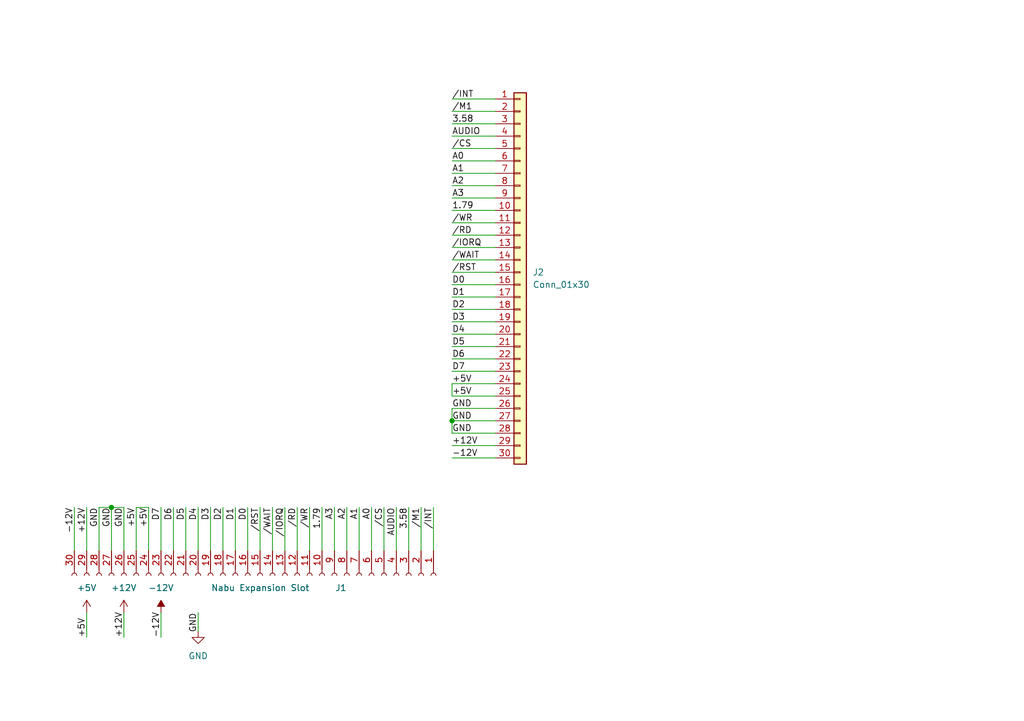
<source format=kicad_sch>
(kicad_sch (version 20211123) (generator eeschema)
  (paper "A5")
  (lib_symbols
    (symbol "Connector:Conn_01x30_Female" (pin_names (offset 1.016) hide)
      (property "Reference" "J" (at 0 38.1 0))
      (property "Value" "Conn_01x30_Female" (at 0 -40.64 0))
      (symbol "Conn_01x30_Female_1_1"
        (arc (start 0 -37.592) (mid -0.508 -38.1) (end 0 -38.608) (stroke (width 0.1524)))
        (arc (start 0 -35.052) (mid -0.508 -35.56) (end 0 -36.068) (stroke (width 0.1524)))
        (arc (start 0 -32.512) (mid -0.508 -33.02) (end 0 -33.528) (stroke (width 0.1524)))
        (arc (start 0 -29.972) (mid -0.508 -30.48) (end 0 -30.988) (stroke (width 0.1524)))
        (arc (start 0 -27.432) (mid -0.508 -27.94) (end 0 -28.448) (stroke (width 0.1524)))
        (arc (start 0 -24.892) (mid -0.508 -25.4) (end 0 -25.908) (stroke (width 0.1524)))
        (arc (start 0 -22.352) (mid -0.508 -22.86) (end 0 -23.368) (stroke (width 0.1524)))
        (arc (start 0 -19.812) (mid -0.508 -20.32) (end 0 -20.828) (stroke (width 0.1524)))
        (arc (start 0 -17.272) (mid -0.508 -17.78) (end 0 -18.288) (stroke (width 0.1524)))
        (arc (start 0 -14.732) (mid -0.508 -15.24) (end 0 -15.748) (stroke (width 0.1524)))
        (arc (start 0 -12.192) (mid -0.508 -12.7) (end 0 -13.208) (stroke (width 0.1524)))
        (arc (start 0 -9.652) (mid -0.508 -10.16) (end 0 -10.668) (stroke (width 0.1524)))
        (arc (start 0 -7.112) (mid -0.508 -7.62) (end 0 -8.128) (stroke (width 0.1524)))
        (arc (start 0 -4.572) (mid -0.508 -5.08) (end 0 -5.588) (stroke (width 0.1524)))
        (arc (start 0 -2.032) (mid -0.508 -2.54) (end 0 -3.048) (stroke (width 0.1524)))
        (polyline (pts (xy -1.27 -38.1) (xy -0.508 -38.1)) (stroke (width 0.1524)))
        (polyline (pts (xy -1.27 -35.56) (xy -0.508 -35.56)) (stroke (width 0.1524)))
        (polyline (pts (xy -1.27 -33.02) (xy -0.508 -33.02)) (stroke (width 0.1524)))
        (polyline (pts (xy -1.27 -30.48) (xy -0.508 -30.48)) (stroke (width 0.1524)))
        (polyline (pts (xy -1.27 -27.94) (xy -0.508 -27.94)) (stroke (width 0.1524)))
        (polyline (pts (xy -1.27 -25.4) (xy -0.508 -25.4)) (stroke (width 0.1524)))
        (polyline (pts (xy -1.27 -22.86) (xy -0.508 -22.86)) (stroke (width 0.1524)))
        (polyline (pts (xy -1.27 -20.32) (xy -0.508 -20.32)) (stroke (width 0.1524)))
        (polyline (pts (xy -1.27 -17.78) (xy -0.508 -17.78)) (stroke (width 0.1524)))
        (polyline (pts (xy -1.27 -15.24) (xy -0.508 -15.24)) (stroke (width 0.1524)))
        (polyline (pts (xy -1.27 -12.7) (xy -0.508 -12.7)) (stroke (width 0.1524)))
        (polyline (pts (xy -1.27 -10.16) (xy -0.508 -10.16)) (stroke (width 0.1524)))
        (polyline (pts (xy -1.27 -7.62) (xy -0.508 -7.62)) (stroke (width 0.1524)))
        (polyline (pts (xy -1.27 -5.08) (xy -0.508 -5.08)) (stroke (width 0.1524)))
        (polyline (pts (xy -1.27 -2.54) (xy -0.508 -2.54)) (stroke (width 0.1524)))
        (polyline (pts (xy -1.27 0) (xy -0.508 0)) (stroke (width 0.1524)))
        (polyline (pts (xy -1.27 2.54) (xy -0.508 2.54)) (stroke (width 0.1524)))
        (polyline (pts (xy -1.27 5.08) (xy -0.508 5.08)) (stroke (width 0.1524)))
        (polyline (pts (xy -1.27 7.62) (xy -0.508 7.62)) (stroke (width 0.1524)))
        (polyline (pts (xy -1.27 10.16) (xy -0.508 10.16)) (stroke (width 0.1524)))
        (polyline (pts (xy -1.27 12.7) (xy -0.508 12.7)) (stroke (width 0.1524)))
        (polyline (pts (xy -1.27 15.24) (xy -0.508 15.24)) (stroke (width 0.1524)))
        (polyline (pts (xy -1.27 17.78) (xy -0.508 17.78)) (stroke (width 0.1524)))
        (polyline (pts (xy -1.27 20.32) (xy -0.508 20.32)) (stroke (width 0.1524)))
        (polyline (pts (xy -1.27 22.86) (xy -0.508 22.86)) (stroke (width 0.1524)))
        (polyline (pts (xy -1.27 25.4) (xy -0.508 25.4)) (stroke (width 0.1524)))
        (polyline (pts (xy -1.27 27.94) (xy -0.508 27.94)) (stroke (width 0.1524)))
        (polyline (pts (xy -1.27 30.48) (xy -0.508 30.48)) (stroke (width 0.1524)))
        (polyline (pts (xy -1.27 33.02) (xy -0.508 33.02)) (stroke (width 0.1524)))
        (polyline (pts (xy -1.27 35.56) (xy -0.508 35.56)) (stroke (width 0.1524)))
        (arc (start 0 0.508) (mid -0.508 0) (end 0 -0.508) (stroke (width 0.1524)))
        (arc (start 0 3.048) (mid -0.508 2.54) (end 0 2.032) (stroke (width 0.1524)))
        (arc (start 0 5.588) (mid -0.508 5.08) (end 0 4.572) (stroke (width 0.1524)))
        (arc (start 0 8.128) (mid -0.508 7.62) (end 0 7.112) (stroke (width 0.1524)))
        (arc (start 0 10.668) (mid -0.508 10.16) (end 0 9.652) (stroke (width 0.1524)))
        (arc (start 0 13.208) (mid -0.508 12.7) (end 0 12.192) (stroke (width 0.1524)))
        (arc (start 0 15.748) (mid -0.508 15.24) (end 0 14.732) (stroke (width 0.1524)))
        (arc (start 0 18.288) (mid -0.508 17.78) (end 0 17.272) (stroke (width 0.1524)))
        (arc (start 0 20.828) (mid -0.508 20.32) (end 0 19.812) (stroke (width 0.1524)))
        (arc (start 0 23.368) (mid -0.508 22.86) (end 0 22.352) (stroke (width 0.1524)))
        (arc (start 0 25.908) (mid -0.508 25.4) (end 0 24.892) (stroke (width 0.1524)))
        (arc (start 0 28.448) (mid -0.508 27.94) (end 0 27.432) (stroke (width 0.1524)))
        (arc (start 0 30.988) (mid -0.508 30.48) (end 0 29.972) (stroke (width 0.1524)))
        (arc (start 0 33.528) (mid -0.508 33.02) (end 0 32.512) (stroke (width 0.1524)))
        (arc (start 0 36.068) (mid -0.508 35.56) (end 0 35.052) (stroke (width 0.1524)))
        (pin passive line (at -5.08 35.56 0) (length 3.81) (name "Pin_1") (number "1"))
        (pin passive line (at -5.08 12.7 0) (length 3.81) (name "Pin_10") (number "10"))
        (pin passive line (at -5.08 10.16 0) (length 3.81) (name "Pin_11") (number "11"))
        (pin passive line (at -5.08 7.62 0) (length 3.81) (name "Pin_12") (number "12"))
        (pin passive line (at -5.08 5.08 0) (length 3.81) (name "Pin_13") (number "13"))
        (pin passive line (at -5.08 2.54 0) (length 3.81) (name "Pin_14") (number "14"))
        (pin passive line (at -5.08 0 0) (length 3.81) (name "Pin_15") (number "15"))
        (pin passive line (at -5.08 -2.54 0) (length 3.81) (name "Pin_16") (number "16"))
        (pin passive line (at -5.08 -5.08 0) (length 3.81) (name "Pin_17") (number "17"))
        (pin passive line (at -5.08 -7.62 0) (length 3.81) (name "Pin_18") (number "18"))
        (pin passive line (at -5.08 -10.16 0) (length 3.81) (name "Pin_19") (number "19"))
        (pin passive line (at -5.08 33.02 0) (length 3.81) (name "Pin_2") (number "2"))
        (pin passive line (at -5.08 -12.7 0) (length 3.81) (name "Pin_20") (number "20"))
        (pin passive line (at -5.08 -15.24 0) (length 3.81) (name "Pin_21") (number "21"))
        (pin passive line (at -5.08 -17.78 0) (length 3.81) (name "Pin_22") (number "22"))
        (pin passive line (at -5.08 -20.32 0) (length 3.81) (name "Pin_23") (number "23"))
        (pin passive line (at -5.08 -22.86 0) (length 3.81) (name "Pin_24") (number "24"))
        (pin passive line (at -5.08 -25.4 0) (length 3.81) (name "Pin_25") (number "25"))
        (pin passive line (at -5.08 -27.94 0) (length 3.81) (name "Pin_26") (number "26"))
        (pin passive line (at -5.08 -30.48 0) (length 3.81) (name "Pin_27") (number "27"))
        (pin passive line (at -5.08 -33.02 0) (length 3.81) (name "Pin_28") (number "28"))
        (pin passive line (at -5.08 -35.56 0) (length 3.81) (name "Pin_29") (number "29"))
        (pin passive line (at -5.08 30.48 0) (length 3.81) (name "Pin_3") (number "3"))
        (pin passive line (at -5.08 -38.1 0) (length 3.81) (name "Pin_30") (number "30"))
        (pin passive line (at -5.08 27.94 0) (length 3.81) (name "Pin_4") (number "4"))
        (pin passive line (at -5.08 25.4 0) (length 3.81) (name "Pin_5") (number "5"))
        (pin passive line (at -5.08 22.86 0) (length 3.81) (name "Pin_6") (number "6"))
        (pin passive line (at -5.08 20.32 0) (length 3.81) (name "Pin_7") (number "7"))
        (pin passive line (at -5.08 17.78 0) (length 3.81) (name "Pin_8") (number "8"))
        (pin passive line (at -5.08 15.24 0) (length 3.81) (name "Pin_9") (number "9"))
      )
    )
    (symbol "Connector_Generic:Conn_01x30" (pin_names (offset 1.016) hide)
      (property "Reference" "J" (at 0 38.1 0))
      (property "Value" "Conn_01x30" (at 0 -40.64 0))
      (symbol "Conn_01x30_1_1"
        (rectangle (start -1.27 -37.973) (end 0 -38.227) (stroke (width 0.1524)))
        (rectangle (start -1.27 -35.433) (end 0 -35.687) (stroke (width 0.1524)))
        (rectangle (start -1.27 -32.893) (end 0 -33.147) (stroke (width 0.1524)))
        (rectangle (start -1.27 -30.353) (end 0 -30.607) (stroke (width 0.1524)))
        (rectangle (start -1.27 -27.813) (end 0 -28.067) (stroke (width 0.1524)))
        (rectangle (start -1.27 -25.273) (end 0 -25.527) (stroke (width 0.1524)))
        (rectangle (start -1.27 -22.733) (end 0 -22.987) (stroke (width 0.1524)))
        (rectangle (start -1.27 -20.193) (end 0 -20.447) (stroke (width 0.1524)))
        (rectangle (start -1.27 -17.653) (end 0 -17.907) (stroke (width 0.1524)))
        (rectangle (start -1.27 -15.113) (end 0 -15.367) (stroke (width 0.1524)))
        (rectangle (start -1.27 -12.573) (end 0 -12.827) (stroke (width 0.1524)))
        (rectangle (start -1.27 -10.033) (end 0 -10.287) (stroke (width 0.1524)))
        (rectangle (start -1.27 -7.493) (end 0 -7.747) (stroke (width 0.1524)))
        (rectangle (start -1.27 -4.953) (end 0 -5.207) (stroke (width 0.1524)))
        (rectangle (start -1.27 -2.413) (end 0 -2.667) (stroke (width 0.1524)))
        (rectangle (start -1.27 0.127) (end 0 -0.127) (stroke (width 0.1524)))
        (rectangle (start -1.27 2.667) (end 0 2.413) (stroke (width 0.1524)))
        (rectangle (start -1.27 5.207) (end 0 4.953) (stroke (width 0.1524)))
        (rectangle (start -1.27 7.747) (end 0 7.493) (stroke (width 0.1524)))
        (rectangle (start -1.27 10.287) (end 0 10.033) (stroke (width 0.1524)))
        (rectangle (start -1.27 12.827) (end 0 12.573) (stroke (width 0.1524)))
        (rectangle (start -1.27 15.367) (end 0 15.113) (stroke (width 0.1524)))
        (rectangle (start -1.27 17.907) (end 0 17.653) (stroke (width 0.1524)))
        (rectangle (start -1.27 20.447) (end 0 20.193) (stroke (width 0.1524)))
        (rectangle (start -1.27 22.987) (end 0 22.733) (stroke (width 0.1524)))
        (rectangle (start -1.27 25.527) (end 0 25.273) (stroke (width 0.1524)))
        (rectangle (start -1.27 28.067) (end 0 27.813) (stroke (width 0.1524)))
        (rectangle (start -1.27 30.607) (end 0 30.353) (stroke (width 0.1524)))
        (rectangle (start -1.27 33.147) (end 0 32.893) (stroke (width 0.1524)))
        (rectangle (start -1.27 35.687) (end 0 35.433) (stroke (width 0.1524)))
        (rectangle (start -1.27 36.83) (end 1.27 -39.37) (stroke (width 0.254)) (fill (type background)))
        (pin passive line (at -5.08 35.56 0) (length 3.81) (name "Pin_1") (number "1"))
        (pin passive line (at -5.08 12.7 0) (length 3.81) (name "Pin_10") (number "10"))
        (pin passive line (at -5.08 10.16 0) (length 3.81) (name "Pin_11") (number "11"))
        (pin passive line (at -5.08 7.62 0) (length 3.81) (name "Pin_12") (number "12"))
        (pin passive line (at -5.08 5.08 0) (length 3.81) (name "Pin_13") (number "13"))
        (pin passive line (at -5.08 2.54 0) (length 3.81) (name "Pin_14") (number "14"))
        (pin passive line (at -5.08 0 0) (length 3.81) (name "Pin_15") (number "15"))
        (pin passive line (at -5.08 -2.54 0) (length 3.81) (name "Pin_16") (number "16"))
        (pin passive line (at -5.08 -5.08 0) (length 3.81) (name "Pin_17") (number "17"))
        (pin passive line (at -5.08 -7.62 0) (length 3.81) (name "Pin_18") (number "18"))
        (pin passive line (at -5.08 -10.16 0) (length 3.81) (name "Pin_19") (number "19"))
        (pin passive line (at -5.08 33.02 0) (length 3.81) (name "Pin_2") (number "2"))
        (pin passive line (at -5.08 -12.7 0) (length 3.81) (name "Pin_20") (number "20"))
        (pin passive line (at -5.08 -15.24 0) (length 3.81) (name "Pin_21") (number "21"))
        (pin passive line (at -5.08 -17.78 0) (length 3.81) (name "Pin_22") (number "22"))
        (pin passive line (at -5.08 -20.32 0) (length 3.81) (name "Pin_23") (number "23"))
        (pin passive line (at -5.08 -22.86 0) (length 3.81) (name "Pin_24") (number "24"))
        (pin passive line (at -5.08 -25.4 0) (length 3.81) (name "Pin_25") (number "25"))
        (pin passive line (at -5.08 -27.94 0) (length 3.81) (name "Pin_26") (number "26"))
        (pin passive line (at -5.08 -30.48 0) (length 3.81) (name "Pin_27") (number "27"))
        (pin passive line (at -5.08 -33.02 0) (length 3.81) (name "Pin_28") (number "28"))
        (pin passive line (at -5.08 -35.56 0) (length 3.81) (name "Pin_29") (number "29"))
        (pin passive line (at -5.08 30.48 0) (length 3.81) (name "Pin_3") (number "3"))
        (pin passive line (at -5.08 -38.1 0) (length 3.81) (name "Pin_30") (number "30"))
        (pin passive line (at -5.08 27.94 0) (length 3.81) (name "Pin_4") (number "4"))
        (pin passive line (at -5.08 25.4 0) (length 3.81) (name "Pin_5") (number "5"))
        (pin passive line (at -5.08 22.86 0) (length 3.81) (name "Pin_6") (number "6"))
        (pin passive line (at -5.08 20.32 0) (length 3.81) (name "Pin_7") (number "7"))
        (pin passive line (at -5.08 17.78 0) (length 3.81) (name "Pin_8") (number "8"))
        (pin passive line (at -5.08 15.24 0) (length 3.81) (name "Pin_9") (number "9"))
      )
    )
    (symbol "power:+12V" (power) (pin_numbers hide) (pin_names (offset 0) hide)
      (property "Value" "+12V" (at 0 3.556 0))
      (symbol "+12V_0_1"
        (polyline (pts (xy -0.762 1.27) (xy 0 2.54)))
        (polyline (pts (xy 0 0) (xy 0 2.54)))
        (polyline (pts (xy 0 2.54) (xy 0.762 1.27)))
      )
      (symbol "+12V_1_1"
        (pin power_in line (at 0 0 90) (length 0) hide (name "+12V") (number "1"))
      )
    )
    (symbol "power:+5V" (power) (pin_numbers hide) (pin_names (offset 0) hide)
      (property "Value" "+5V" (at 0 3.556 0))
      (symbol "+5V_0_1"
        (polyline (pts (xy -0.762 1.27) (xy 0 2.54)))
        (polyline (pts (xy 0 0) (xy 0 2.54)))
        (polyline (pts (xy 0 2.54) (xy 0.762 1.27)))
      )
      (symbol "+5V_1_1"
        (pin power_in line (at 0 0 90) (length 0) hide (name "+5V") (number "1"))
      )
    )
    (symbol "power:-12V" (power) (pin_numbers hide) (pin_names (offset 0) hide)
      (property "Value" "-12V" (at 0 3.81 0))
      (symbol "-12V_0_0"
        (pin power_in line (at 0 0 90) (length 0) hide (name "-12V") (number "1"))
      )
      (symbol "-12V_0_1"
        (polyline (pts (xy 0 0) (xy 0 1.27) (xy 0.762 1.27) (xy 0 2.54) (xy -0.762 1.27) (xy 0 1.27)) (fill (type outline)))
      )
    )
    (symbol "power:GND" (power) (pin_numbers hide) (pin_names (offset 0) hide)
      (property "Value" "GND" (at 0 -3.81 0))
      (symbol "GND_0_1"
        (polyline (pts (xy 0 0) (xy 0 -1.27) (xy 1.27 -1.27) (xy 0 -2.54) (xy -1.27 -1.27) (xy 0 -1.27)))
      )
      (symbol "GND_1_1"
        (pin power_in line (at 0 0 270) (length 0) hide (name "GND") (number "1"))
      )
    )
  )
  (junction (at 22.86 104.14))
  (junction (at 92.71 86.36))
  (wire (pts (xy 101.6 73.66) (xy 92.71 73.66)))
  (wire (pts (xy 101.6 68.58) (xy 92.71 68.58)))
  (wire (pts (xy 53.34 113.03) (xy 53.34 104.14)))
  (wire (pts (xy 48.26 113.03) (xy 48.26 104.14)))
  (wire (pts (xy 101.6 86.36) (xy 92.71 86.36)))
  (wire (pts (xy 17.78 130.81) (xy 17.78 125.73)))
  (wire (pts (xy 55.88 113.03) (xy 55.88 104.14)))
  (wire (pts (xy 76.2 113.03) (xy 76.2 104.14)))
  (wire (pts (xy 40.64 125.73) (xy 40.64 129.54)))
  (wire (pts (xy 101.6 60.96) (xy 92.71 60.96)))
  (wire (pts (xy 50.8 113.03) (xy 50.8 104.14)))
  (wire (pts (xy 101.6 63.5) (xy 92.71 63.5)))
  (wire (pts (xy 25.4 104.14) (xy 22.86 104.14)))
  (wire (pts (xy 78.74 113.03) (xy 78.74 104.14)))
  (wire (pts (xy 66.04 113.03) (xy 66.04 104.14)))
  (wire (pts (xy 101.6 22.86) (xy 92.71 22.86)))
  (wire (pts (xy 101.6 55.88) (xy 92.71 55.88)))
  (wire (pts (xy 101.6 83.82) (xy 92.71 83.82)))
  (wire (pts (xy 81.28 113.03) (xy 81.28 104.14)))
  (wire (pts (xy 101.6 50.8) (xy 92.71 50.8)))
  (wire (pts (xy 20.32 113.03) (xy 20.32 104.14)))
  (wire (pts (xy 33.02 113.03) (xy 33.02 104.14)))
  (wire (pts (xy 30.48 104.14) (xy 27.94 104.14)))
  (wire (pts (xy 101.6 45.72) (xy 92.71 45.72)))
  (wire (pts (xy 101.6 40.64) (xy 92.71 40.64)))
  (wire (pts (xy 101.6 38.1) (xy 92.71 38.1)))
  (wire (pts (xy 30.48 113.03) (xy 30.48 104.14)))
  (wire (pts (xy 101.6 71.12) (xy 92.71 71.12)))
  (wire (pts (xy 101.6 76.2) (xy 92.71 76.2)))
  (wire (pts (xy 92.71 81.28) (xy 101.6 81.28)))
  (wire (pts (xy 35.56 113.03) (xy 35.56 104.14)))
  (wire (pts (xy 101.6 88.9) (xy 92.71 88.9)))
  (wire (pts (xy 60.96 113.03) (xy 60.96 104.14)))
  (wire (pts (xy 101.6 30.48) (xy 92.71 30.48)))
  (wire (pts (xy 92.71 83.82) (xy 92.71 86.36)))
  (wire (pts (xy 101.6 43.18) (xy 92.71 43.18)))
  (wire (pts (xy 22.86 113.03) (xy 22.86 104.14)))
  (wire (pts (xy 38.1 113.03) (xy 38.1 104.14)))
  (wire (pts (xy 92.71 91.44) (xy 101.6 91.44)))
  (wire (pts (xy 101.6 66.04) (xy 92.71 66.04)))
  (wire (pts (xy 22.86 104.14) (xy 20.32 104.14)))
  (wire (pts (xy 101.6 27.94) (xy 92.71 27.94)))
  (wire (pts (xy 27.94 104.14) (xy 27.94 113.03)))
  (wire (pts (xy 86.36 113.03) (xy 86.36 104.14)))
  (wire (pts (xy 71.12 113.03) (xy 71.12 104.14)))
  (wire (pts (xy 101.6 78.74) (xy 92.71 78.74)))
  (wire (pts (xy 88.9 113.03) (xy 88.9 104.14)))
  (wire (pts (xy 68.58 113.03) (xy 68.58 104.14)))
  (wire (pts (xy 92.71 86.36) (xy 92.71 88.9)))
  (wire (pts (xy 40.64 113.03) (xy 40.64 104.14)))
  (wire (pts (xy 43.18 113.03) (xy 43.18 104.14)))
  (wire (pts (xy 101.6 25.4) (xy 92.71 25.4)))
  (wire (pts (xy 101.6 35.56) (xy 92.71 35.56)))
  (wire (pts (xy 101.6 20.32) (xy 92.71 20.32)))
  (wire (pts (xy 17.78 104.14) (xy 17.78 113.03)))
  (wire (pts (xy 15.24 104.14) (xy 15.24 113.03)))
  (wire (pts (xy 33.02 125.73) (xy 33.02 130.81)))
  (wire (pts (xy 92.71 93.98) (xy 101.6 93.98)))
  (wire (pts (xy 25.4 130.81) (xy 25.4 125.73)))
  (wire (pts (xy 58.42 113.03) (xy 58.42 104.14)))
  (wire (pts (xy 83.82 113.03) (xy 83.82 104.14)))
  (wire (pts (xy 101.6 33.02) (xy 92.71 33.02)))
  (wire (pts (xy 45.72 113.03) (xy 45.72 104.14)))
  (wire (pts (xy 101.6 58.42) (xy 92.71 58.42)))
  (wire (pts (xy 92.71 78.74) (xy 92.71 81.28)))
  (wire (pts (xy 73.66 113.03) (xy 73.66 104.14)))
  (wire (pts (xy 101.6 48.26) (xy 92.71 48.26)))
  (wire (pts (xy 25.4 113.03) (xy 25.4 104.14)))
  (wire (pts (xy 63.5 113.03) (xy 63.5 104.14)))
  (wire (pts (xy 101.6 53.34) (xy 92.71 53.34)))
  (label "A2" (at 92.71 38.1 0))
  (label "A1" (at 92.71 35.56 0))
  (label "A1" (at 73.66 104.14 270))
  (label "{slash}IORQ" (at 92.71 50.8 0))
  (label "GND" (at 20.32 104.14 270))
  (label "{slash}RD" (at 60.96 104.14 270))
  (label "{slash}WAIT" (at 55.88 104.14 270))
  (label "{slash}INT" (at 88.9 104.14 270))
  (label "+12V" (at 25.4 130.81 90))
  (label "D3" (at 92.71 66.04 0))
  (label "AUDIO" (at 81.28 104.14 270))
  (label "-12V" (at 33.02 130.81 90))
  (label "GND" (at 22.86 104.14 270))
  (label "-12V" (at 15.24 104.14 270))
  (label "GND" (at 92.71 83.82 0))
  (label "D1" (at 48.26 104.14 270))
  (label "{slash}RST" (at 92.71 55.88 0))
  (label "A0" (at 76.2 104.14 270))
  (label "{slash}M1" (at 92.71 22.86 0))
  (label "1.79" (at 66.04 104.14 270))
  (label "GND" (at 25.4 104.14 270))
  (label "D1" (at 92.71 60.96 0))
  (label "A3" (at 92.71 40.64 0))
  (label "{slash}CS" (at 92.71 30.48 0))
  (label "GND" (at 92.71 86.36 0))
  (label "+5V" (at 30.48 104.14 270))
  (label "D5" (at 92.71 71.12 0))
  (label "+5V" (at 27.94 104.14 270))
  (label "{slash}WR" (at 63.5 104.14 270))
  (label "{slash}M1" (at 86.36 104.14 270))
  (label "{slash}WR" (at 92.71 45.72 0))
  (label "-12V" (at 92.71 93.98 0))
  (label "+5V" (at 92.71 78.74 0))
  (label "A0" (at 92.71 33.02 0))
  (label "{slash}RD" (at 92.71 48.26 0))
  (label "D2" (at 45.72 104.14 270))
  (label "1.79" (at 92.71 43.18 0))
  (label "+5V" (at 92.71 81.28 0))
  (label "{slash}INT" (at 92.71 20.32 0))
  (label "D7" (at 92.71 76.2 0))
  (label "{slash}WAIT" (at 92.71 53.34 0))
  (label "A2" (at 71.12 104.14 270))
  (label "{slash}CS" (at 78.74 104.14 270))
  (label "{slash}RST" (at 53.34 104.14 270))
  (label "A3" (at 68.58 104.14 270))
  (label "D4" (at 40.64 104.14 270))
  (label "+12V" (at 92.71 91.44 0))
  (label "D0" (at 50.8 104.14 270))
  (label "{slash}IORQ" (at 58.42 104.14 270))
  (label "+12V" (at 17.78 104.14 270))
  (label "D2" (at 92.71 63.5 0))
  (label "3.58" (at 92.71 25.4 0))
  (label "3.58" (at 83.82 104.14 270))
  (label "AUDIO" (at 92.71 27.94 0))
  (label "GND" (at 40.64 125.73 270))
  (label "D0" (at 92.71 58.42 0))
  (label "D4" (at 92.71 68.58 0))
  (label "D6" (at 35.56 104.14 270))
  (label "D6" (at 92.71 73.66 0))
  (label "GND" (at 92.71 88.9 0))
  (label "D7" (at 33.02 104.14 270))
  (label "D5" (at 38.1 104.14 270))
  (label "D3" (at 43.18 104.14 270))
  (label "+5V" (at 17.78 130.81 90))
  (symbol (lib_id "power:GND") (at 40.64 129.54 0) (mirror y) (unit 1)
    (property "Reference" "#PWR0103" (effects hide))
    (property "Value" "GND" (at 40.64 134.62 0))
  )
  (symbol (lib_id "power:+5V") (at 17.78 125.73 0) (mirror y) (unit 1)
    (property "Reference" "#PWR0101" (effects hide))
    (property "Value" "+5V" (at 17.78 120.65 0))
  )
  (symbol (lib_id "power:-12V") (at 33.02 125.73 0) (unit 1)
    (property "Reference" "#PWR0104" (effects hide))
    (property "Value" "-12V" (at 33.02 120.65 0))
  )
  (symbol (lib_id "Connector_Generic:Conn_01x30") (at 106.68 55.88 0) (unit 1)
    (property "Reference" "J2" (at 109.22 55.8799 0) (effects (justify left)))
    (property "Value" "Conn_01x30" (at 109.22 58.4199 0) (effects (justify left)))
    (property "Footprint" "Connector_PinHeader_2.54mm:PinHeader_1x30_P2.54mm_Vertical" (effects hide))
    (property "Datasheet" "${KIPRJMOD}/docs/tsw_th.pdf" (effects hide))
    (property "Description" "CONN HDR .100\" 30POS" (effects hide))
    (property "Digi-Key_PN" "612-TSW-130-09-T-S-RA-ND" (effects hide))
    (property "MPN" "TSW-1-30-09-T-S-RA" (effects hide))
    (property "Manufacturer" "Samtec Inc." (effects hide))
    (property "LCSC" "C6724295" (effects hide))
  )
  (symbol (lib_id "power:+12V") (at 25.4 125.73 0) (unit 1)
    (property "Reference" "#PWR0102" (effects hide))
    (property "Value" "+12V" (at 25.4 120.65 0))
  )
  (symbol (lib_id "Connector:Conn_01x30_Female") (at 53.34 118.11 270) (unit 1)
    (property "Reference" "J1" (at 71.12 120.65 90) (effects (justify right)))
    (property "Value" "Nabu Expansion Slot" (at 63.5 120.65 90) (effects (justify right)))
    (property "Footprint" "Connector_PinSocket_2.54mm:PinSocket_1x30_P2.54mm_Vertical" (effects hide))
    (property "Datasheet" "${KIPRJMOD}/docs/ssw_th.pdf" (effects hide))
    (property "LCSC" "C6302891" (effects hide))
    (property "Description" "CONN RCPT 30POS 0.1 TIN PCB R/A" (effects hide))
    (property "Digi-Key_PN" "612-SSW-130-02-T-S-RA-ND" (effects hide))
    (property "MPN" "SSW-130-22-F-S-RA" (effects hide))
    (property "Manufacturer" "Samtec Inc." (effects hide))
  )
)
</source>
